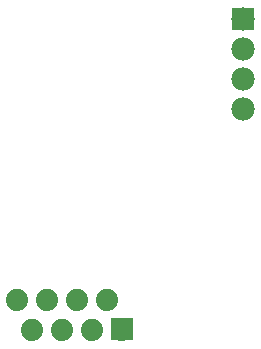
<source format=gtl>
G04 MADE WITH FRITZING*
G04 WWW.FRITZING.ORG*
G04 DOUBLE SIDED*
G04 HOLES PLATED*
G04 CONTOUR ON CENTER OF CONTOUR VECTOR*
%ASAXBY*%
%FSLAX23Y23*%
%MOIN*%
%OFA0B0*%
%SFA1.0B1.0*%
%ADD10C,0.074000*%
%ADD11C,0.078000*%
%ADD12R,0.078000X0.078000*%
%ADD13R,0.001000X0.001000*%
%LNCOPPER1*%
G90*
G70*
G54D10*
X180Y468D03*
X230Y368D03*
X280Y468D03*
X380Y468D03*
X480Y468D03*
X330Y368D03*
X430Y368D03*
X530Y368D03*
X180Y468D03*
X230Y368D03*
X280Y468D03*
X380Y468D03*
X480Y468D03*
X330Y368D03*
X430Y368D03*
X530Y368D03*
G54D11*
X932Y1402D03*
X932Y1302D03*
X932Y1202D03*
X932Y1102D03*
X932Y1402D03*
X932Y1302D03*
X932Y1202D03*
X932Y1102D03*
G54D12*
X932Y1402D03*
X932Y1402D03*
G54D13*
X493Y406D02*
X566Y406D01*
X493Y405D02*
X566Y405D01*
X493Y404D02*
X566Y404D01*
X493Y403D02*
X566Y403D01*
X493Y402D02*
X566Y402D01*
X493Y401D02*
X566Y401D01*
X493Y400D02*
X566Y400D01*
X493Y399D02*
X566Y399D01*
X493Y398D02*
X566Y398D01*
X493Y397D02*
X566Y397D01*
X493Y396D02*
X566Y396D01*
X493Y395D02*
X566Y395D01*
X493Y394D02*
X566Y394D01*
X493Y393D02*
X566Y393D01*
X493Y392D02*
X566Y392D01*
X493Y391D02*
X566Y391D01*
X493Y390D02*
X566Y390D01*
X493Y389D02*
X527Y389D01*
X533Y389D02*
X566Y389D01*
X493Y388D02*
X523Y388D01*
X537Y388D02*
X566Y388D01*
X493Y387D02*
X520Y387D01*
X539Y387D02*
X566Y387D01*
X493Y386D02*
X518Y386D01*
X541Y386D02*
X566Y386D01*
X493Y385D02*
X517Y385D01*
X542Y385D02*
X566Y385D01*
X493Y384D02*
X516Y384D01*
X544Y384D02*
X566Y384D01*
X493Y383D02*
X515Y383D01*
X545Y383D02*
X566Y383D01*
X493Y382D02*
X514Y382D01*
X545Y382D02*
X566Y382D01*
X493Y381D02*
X513Y381D01*
X546Y381D02*
X566Y381D01*
X493Y380D02*
X513Y380D01*
X547Y380D02*
X566Y380D01*
X493Y379D02*
X512Y379D01*
X547Y379D02*
X566Y379D01*
X493Y378D02*
X512Y378D01*
X548Y378D02*
X566Y378D01*
X493Y377D02*
X511Y377D01*
X548Y377D02*
X566Y377D01*
X493Y376D02*
X511Y376D01*
X549Y376D02*
X566Y376D01*
X493Y375D02*
X510Y375D01*
X549Y375D02*
X566Y375D01*
X493Y374D02*
X510Y374D01*
X549Y374D02*
X566Y374D01*
X493Y373D02*
X510Y373D01*
X550Y373D02*
X566Y373D01*
X493Y372D02*
X510Y372D01*
X550Y372D02*
X566Y372D01*
X493Y371D02*
X510Y371D01*
X550Y371D02*
X566Y371D01*
X493Y370D02*
X510Y370D01*
X550Y370D02*
X566Y370D01*
X493Y369D02*
X510Y369D01*
X550Y369D02*
X566Y369D01*
X493Y368D02*
X510Y368D01*
X550Y368D02*
X566Y368D01*
X493Y367D02*
X510Y367D01*
X550Y367D02*
X566Y367D01*
X493Y366D02*
X510Y366D01*
X550Y366D02*
X566Y366D01*
X493Y365D02*
X510Y365D01*
X549Y365D02*
X566Y365D01*
X493Y364D02*
X510Y364D01*
X549Y364D02*
X566Y364D01*
X493Y363D02*
X511Y363D01*
X549Y363D02*
X566Y363D01*
X493Y362D02*
X511Y362D01*
X548Y362D02*
X566Y362D01*
X493Y361D02*
X512Y361D01*
X548Y361D02*
X566Y361D01*
X493Y360D02*
X512Y360D01*
X547Y360D02*
X566Y360D01*
X493Y359D02*
X513Y359D01*
X547Y359D02*
X566Y359D01*
X493Y358D02*
X513Y358D01*
X546Y358D02*
X566Y358D01*
X493Y357D02*
X514Y357D01*
X545Y357D02*
X566Y357D01*
X493Y356D02*
X515Y356D01*
X544Y356D02*
X566Y356D01*
X493Y355D02*
X516Y355D01*
X543Y355D02*
X566Y355D01*
X493Y354D02*
X517Y354D01*
X542Y354D02*
X566Y354D01*
X493Y353D02*
X519Y353D01*
X541Y353D02*
X566Y353D01*
X493Y352D02*
X521Y352D01*
X539Y352D02*
X566Y352D01*
X493Y351D02*
X523Y351D01*
X537Y351D02*
X566Y351D01*
X493Y350D02*
X528Y350D01*
X531Y350D02*
X566Y350D01*
X493Y349D02*
X566Y349D01*
X493Y348D02*
X566Y348D01*
X493Y347D02*
X566Y347D01*
X493Y346D02*
X566Y346D01*
X493Y345D02*
X566Y345D01*
X493Y344D02*
X566Y344D01*
X493Y343D02*
X566Y343D01*
X493Y342D02*
X566Y342D01*
X493Y341D02*
X566Y341D01*
X493Y340D02*
X566Y340D01*
X493Y339D02*
X566Y339D01*
X493Y338D02*
X566Y338D01*
X493Y337D02*
X566Y337D01*
X493Y336D02*
X566Y336D01*
X493Y335D02*
X566Y335D01*
X493Y334D02*
X566Y334D01*
X493Y333D02*
X566Y333D01*
D02*
G04 End of Copper1*
M02*
</source>
